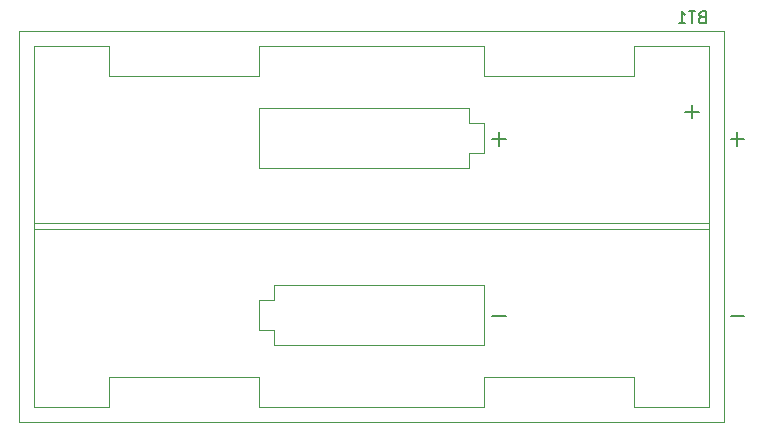
<source format=gbo>
G04 #@! TF.GenerationSoftware,KiCad,Pcbnew,6.0.11-2627ca5db0~126~ubuntu22.04.1*
G04 #@! TF.CreationDate,2024-05-05T15:56:36-04:00*
G04 #@! TF.ProjectId,board,626f6172-642e-46b6-9963-61645f706362,rev?*
G04 #@! TF.SameCoordinates,Original*
G04 #@! TF.FileFunction,Legend,Bot*
G04 #@! TF.FilePolarity,Positive*
%FSLAX46Y46*%
G04 Gerber Fmt 4.6, Leading zero omitted, Abs format (unit mm)*
G04 Created by KiCad (PCBNEW 6.0.11-2627ca5db0~126~ubuntu22.04.1) date 2024-05-05 15:56:36*
%MOMM*%
%LPD*%
G01*
G04 APERTURE LIST*
%ADD10C,0.150000*%
%ADD11C,0.120000*%
%ADD12R,3.000000X3.000000*%
%ADD13C,3.000000*%
%ADD14C,5.600000*%
%ADD15C,0.650000*%
%ADD16O,2.100000X1.000000*%
%ADD17O,1.800000X1.000000*%
%ADD18R,1.700000X1.700000*%
%ADD19O,1.700000X1.700000*%
%ADD20C,3.300000*%
%ADD21R,2.000000X2.000000*%
%ADD22C,2.000000*%
G04 APERTURE END LIST*
D10*
X164640714Y-57288571D02*
X164497857Y-57336190D01*
X164450238Y-57383809D01*
X164402619Y-57479047D01*
X164402619Y-57621904D01*
X164450238Y-57717142D01*
X164497857Y-57764761D01*
X164593095Y-57812380D01*
X164974047Y-57812380D01*
X164974047Y-56812380D01*
X164640714Y-56812380D01*
X164545476Y-56860000D01*
X164497857Y-56907619D01*
X164450238Y-57002857D01*
X164450238Y-57098095D01*
X164497857Y-57193333D01*
X164545476Y-57240952D01*
X164640714Y-57288571D01*
X164974047Y-57288571D01*
X164116904Y-56812380D02*
X163545476Y-56812380D01*
X163831190Y-57812380D02*
X163831190Y-56812380D01*
X162688333Y-57812380D02*
X163259761Y-57812380D01*
X162974047Y-57812380D02*
X162974047Y-56812380D01*
X163069285Y-56955238D01*
X163164523Y-57050476D01*
X163259761Y-57098095D01*
X168236428Y-82617142D02*
X167093571Y-82617142D01*
X164376428Y-65307142D02*
X163233571Y-65307142D01*
X163805000Y-65878571D02*
X163805000Y-64735714D01*
X168236428Y-67627142D02*
X167093571Y-67627142D01*
X167665000Y-68198571D02*
X167665000Y-67055714D01*
X148071428Y-82617142D02*
X146928571Y-82617142D01*
X148071428Y-67627142D02*
X146928571Y-67627142D01*
X147500000Y-68198571D02*
X147500000Y-67055714D01*
D11*
X127180000Y-83780000D02*
X128450000Y-83780000D01*
X127180000Y-64980000D02*
X127180000Y-66250000D01*
X114480000Y-59725000D02*
X114480000Y-62265000D01*
X166545000Y-58455000D02*
X166545000Y-91575000D01*
X146230000Y-66250000D02*
X144960000Y-66250000D01*
X128450000Y-83780000D02*
X128450000Y-85050000D01*
X144960000Y-68790000D02*
X146230000Y-68790000D01*
X128450000Y-85050000D02*
X146230000Y-85050000D01*
X165275000Y-90305000D02*
X158930000Y-90305000D01*
X158930000Y-62265000D02*
X158930000Y-59725000D01*
X146230000Y-90305000D02*
X127180000Y-90305000D01*
X106835000Y-91575000D02*
X106835000Y-58455000D01*
X114480000Y-90305000D02*
X114480000Y-87765000D01*
X146230000Y-87765000D02*
X146230000Y-90305000D01*
X127180000Y-62265000D02*
X127180000Y-59725000D01*
X146230000Y-79970000D02*
X128450000Y-79970000D01*
X127180000Y-59725000D02*
X146230000Y-59725000D01*
X144960000Y-70060000D02*
X144960000Y-68790000D01*
X108105000Y-90305000D02*
X114480000Y-90305000D01*
X165275000Y-74761000D02*
X108105000Y-74761000D01*
X146230000Y-59725000D02*
X146230000Y-62265000D01*
X158930000Y-87765000D02*
X146230000Y-87765000D01*
X128450000Y-79970000D02*
X128450000Y-81240000D01*
X127180000Y-81240000D02*
X127180000Y-83780000D01*
X127180000Y-66250000D02*
X127180000Y-70060000D01*
X128450000Y-81240000D02*
X127180000Y-81240000D01*
X108105000Y-75269000D02*
X165275000Y-75269000D01*
X114480000Y-87765000D02*
X127180000Y-87765000D01*
X146230000Y-85050000D02*
X146230000Y-79970000D01*
X146230000Y-68790000D02*
X146230000Y-66250000D01*
X144960000Y-64980000D02*
X127180000Y-64980000D01*
X127180000Y-70060000D02*
X144960000Y-70060000D01*
X158930000Y-62265000D02*
X146230000Y-62265000D01*
X166545000Y-91575000D02*
X106835000Y-91575000D01*
X158930000Y-90305000D02*
X158930000Y-87765000D01*
X127180000Y-90305000D02*
X127180000Y-87765000D01*
X144960000Y-66250000D02*
X144960000Y-64980000D01*
X106835000Y-58455000D02*
X166545000Y-58455000D01*
X108105000Y-59725000D02*
X108105000Y-90305000D01*
X165275000Y-59725000D02*
X165275000Y-90305000D01*
X158930000Y-59725000D02*
X165275000Y-59725000D01*
X114480000Y-62265000D02*
X127180000Y-62265000D01*
X108105000Y-59725000D02*
X114480000Y-59725000D01*
%LPC*%
D12*
X192275000Y-67730000D03*
D13*
X192275000Y-62650000D03*
D14*
X193500000Y-75007500D03*
X100500000Y-88507500D03*
D15*
X103820000Y-76430000D03*
X103820000Y-82210000D03*
D16*
X104340000Y-83640000D03*
D17*
X100140000Y-75000000D03*
D16*
X104340000Y-75000000D03*
D17*
X100140000Y-83640000D03*
D18*
X169725000Y-86925000D03*
D19*
X172265000Y-86925000D03*
X169725000Y-89465000D03*
X172265000Y-89465000D03*
D20*
X136690000Y-67520000D03*
X136690000Y-82510000D03*
D21*
X163855000Y-67520000D03*
D22*
X163855000Y-82510000D03*
M02*

</source>
